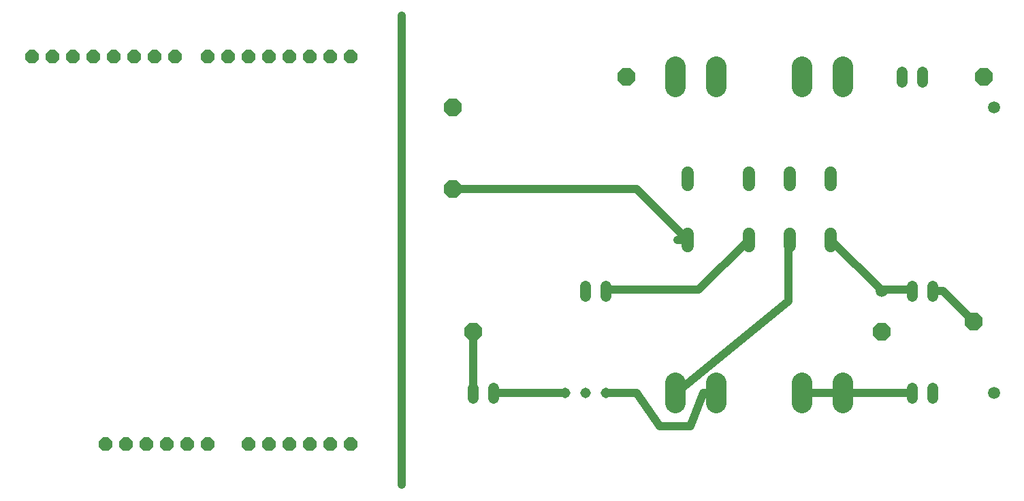
<source format=gbl>
G75*
%MOIN*%
%OFA0B0*%
%FSLAX25Y25*%
%IPPOS*%
%LPD*%
%AMOC8*
5,1,8,0,0,1.08239X$1,22.5*
%
%ADD10C,0.05200*%
%ADD11C,0.10000*%
%ADD12C,0.06000*%
%ADD13OC8,0.06600*%
%ADD14C,0.05150*%
%ADD15OC8,0.08500*%
%ADD16C,0.04000*%
%ADD17C,0.05906*%
D10*
X0337000Y0050400D02*
X0337000Y0055600D01*
X0347000Y0055600D02*
X0347000Y0050400D01*
X0392000Y0100400D02*
X0392000Y0105600D01*
X0402000Y0105600D02*
X0402000Y0100400D01*
X0552000Y0100400D02*
X0552000Y0105600D01*
X0562000Y0105600D02*
X0562000Y0100400D01*
X0562000Y0055600D02*
X0562000Y0050400D01*
X0552000Y0050400D02*
X0552000Y0055600D01*
X0547000Y0205400D02*
X0547000Y0210600D01*
X0557000Y0210600D02*
X0557000Y0205400D01*
D11*
X0518000Y0203000D02*
X0518000Y0213000D01*
X0498000Y0213000D02*
X0498000Y0203000D01*
X0456000Y0203000D02*
X0456000Y0213000D01*
X0436000Y0213000D02*
X0436000Y0203000D01*
X0436000Y0058000D02*
X0436000Y0048000D01*
X0456000Y0048000D02*
X0456000Y0058000D01*
X0498000Y0058000D02*
X0498000Y0048000D01*
X0518000Y0048000D02*
X0518000Y0058000D01*
D12*
X0512000Y0125000D02*
X0512000Y0131000D01*
X0492000Y0131000D02*
X0492000Y0125000D01*
X0472000Y0125000D02*
X0472000Y0131000D01*
X0442000Y0131000D02*
X0442000Y0125000D01*
X0442000Y0155000D02*
X0442000Y0161000D01*
X0472000Y0161000D02*
X0472000Y0155000D01*
X0492000Y0155000D02*
X0492000Y0161000D01*
X0512000Y0161000D02*
X0512000Y0155000D01*
D13*
X0157000Y0028000D03*
X0167000Y0028000D03*
X0177000Y0028000D03*
X0187000Y0028000D03*
X0197000Y0028000D03*
X0207000Y0028000D03*
X0227000Y0028000D03*
X0237000Y0028000D03*
X0247000Y0028000D03*
X0257000Y0028000D03*
X0267000Y0028000D03*
X0277000Y0028000D03*
X0277000Y0218000D03*
X0267000Y0218000D03*
X0257000Y0218000D03*
X0247000Y0218000D03*
X0237000Y0218000D03*
X0227000Y0218000D03*
X0217000Y0218000D03*
X0207000Y0218000D03*
X0191000Y0218000D03*
X0181000Y0218000D03*
X0171000Y0218000D03*
X0161000Y0218000D03*
X0151000Y0218000D03*
X0141000Y0218000D03*
X0131000Y0218000D03*
X0121000Y0218000D03*
D14*
X0382000Y0053000D03*
X0392000Y0053000D03*
X0402000Y0053000D03*
D15*
X0337000Y0083000D03*
X0327000Y0153000D03*
X0327000Y0193000D03*
X0412000Y0208000D03*
X0587000Y0208000D03*
X0582000Y0088000D03*
X0537000Y0083000D03*
D16*
X0567000Y0103000D02*
X0582000Y0088000D01*
X0567000Y0103000D02*
X0562000Y0103000D01*
X0552000Y0103000D02*
X0551000Y0103700D01*
X0536700Y0103700D01*
X0512500Y0127900D01*
X0512000Y0128000D01*
X0492000Y0128000D02*
X0491600Y0127900D01*
X0491600Y0098100D01*
X0436600Y0053100D01*
X0436000Y0053000D01*
X0449910Y0053000D02*
X0443610Y0036700D01*
X0428390Y0036700D01*
X0417090Y0053000D01*
X0402000Y0053000D01*
X0382000Y0053000D02*
X0347000Y0053000D01*
X0337000Y0053000D02*
X0337000Y0083000D01*
X0402000Y0103000D02*
X0402500Y0103700D01*
X0447600Y0103700D01*
X0471800Y0127900D01*
X0472000Y0128000D01*
X0442000Y0128000D02*
X0417000Y0153000D01*
X0327000Y0153000D01*
X0437000Y0128000D02*
X0442000Y0128000D01*
X0449910Y0053000D02*
X0456000Y0053000D01*
X0498000Y0053000D02*
X0518000Y0053000D01*
X0552000Y0053000D01*
X0302000Y0008000D02*
X0302000Y0238000D01*
D17*
X0327000Y0193000D03*
X0327000Y0153000D03*
X0337000Y0083000D03*
X0537000Y0103000D03*
X0582000Y0088000D03*
X0592000Y0053000D03*
X0592000Y0193000D03*
M02*

</source>
